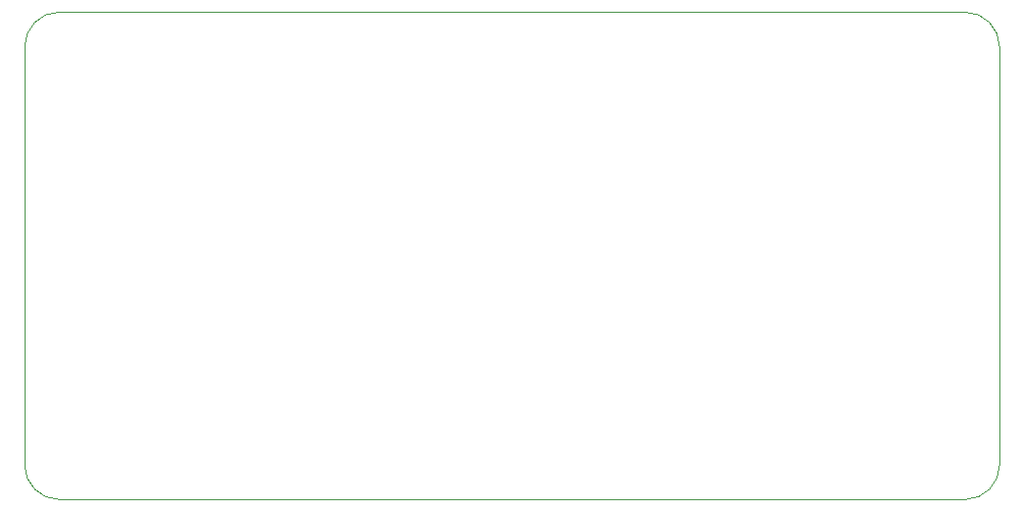
<source format=gbr>
G04 #@! TF.GenerationSoftware,KiCad,Pcbnew,(5.99.0-8454-g713af6630f)*
G04 #@! TF.CreationDate,2021-06-14T20:06:34-07:00*
G04 #@! TF.ProjectId,MFW007B,4d465730-3037-4422-9e6b-696361645f70,1*
G04 #@! TF.SameCoordinates,Original*
G04 #@! TF.FileFunction,Profile,NP*
%FSLAX46Y46*%
G04 Gerber Fmt 4.6, Leading zero omitted, Abs format (unit mm)*
G04 Created by KiCad (PCBNEW (5.99.0-8454-g713af6630f)) date 2021-06-14 20:06:34*
%MOMM*%
%LPD*%
G01*
G04 APERTURE LIST*
G04 #@! TA.AperFunction,Profile*
%ADD10C,0.038099*%
G04 #@! TD*
G04 APERTURE END LIST*
D10*
X88378680Y-118128680D02*
G75*
G03*
X91378680Y-121128680I3000000J0D01*
G01*
X172378680Y-82128680D02*
X172378680Y-118128680D01*
X88378680Y-118128680D02*
X88378680Y-82128680D01*
X172378680Y-82128680D02*
G75*
G03*
X169378680Y-79128680I-3000000J0D01*
G01*
X172378680Y-118128680D02*
G75*
G02*
X169378680Y-121128680I-3000000J0D01*
G01*
X88378680Y-82128680D02*
G75*
G02*
X91378680Y-79128680I3000000J0D01*
G01*
X91378680Y-79128680D02*
X169378680Y-79128680D01*
X169378680Y-121128680D02*
X91378680Y-121128680D01*
M02*

</source>
